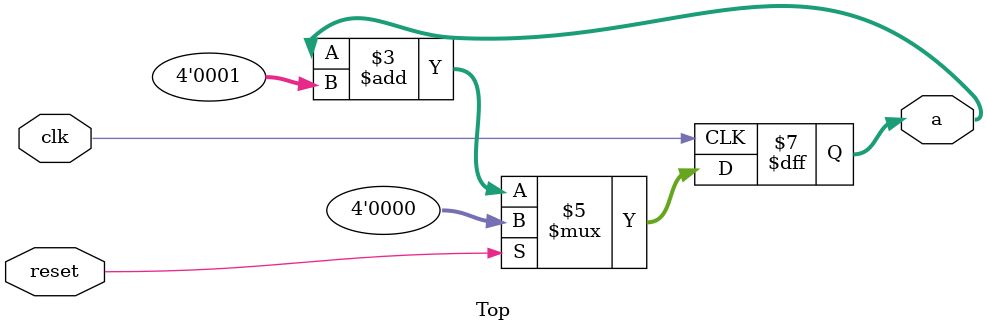
<source format=v>
module Top(input clk, input reset, output[3:0] a);
    wire clk, reset;
    reg[3:0] a;

    always@(posedge clk)begin
        if(reset == 1'b1)begin
        a <= 4'b0;
        end
        else begin
        a <= a + 4'b1;
        end
    end 
endmodule
</source>
